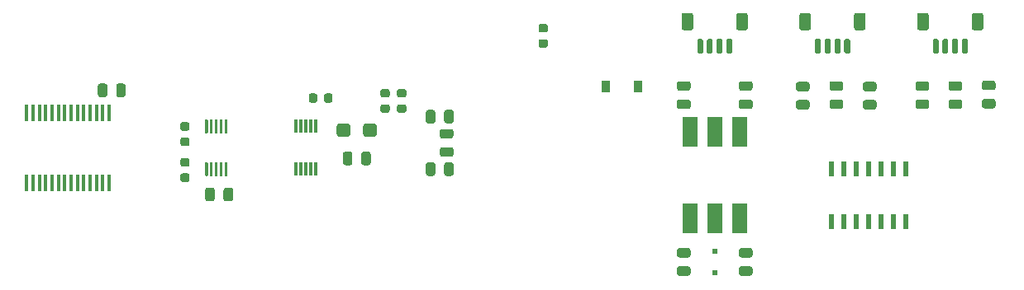
<source format=gbr>
G04 #@! TF.GenerationSoftware,KiCad,Pcbnew,5.1.6-c6e7f7d~87~ubuntu18.04.1*
G04 #@! TF.CreationDate,2020-12-02T03:09:43+01:00*
G04 #@! TF.ProjectId,zynthian_zynaptik,7a796e74-6869-4616-9e5f-7a796e617074,1.0*
G04 #@! TF.SameCoordinates,Original*
G04 #@! TF.FileFunction,Paste,Top*
G04 #@! TF.FilePolarity,Positive*
%FSLAX46Y46*%
G04 Gerber Fmt 4.6, Leading zero omitted, Abs format (unit mm)*
G04 Created by KiCad (PCBNEW 5.1.6-c6e7f7d~87~ubuntu18.04.1) date 2020-12-02 03:09:43*
%MOMM*%
%LPD*%
G01*
G04 APERTURE LIST*
%ADD10R,0.600000X1.500000*%
%ADD11R,0.900000X1.200000*%
%ADD12R,0.500000X0.500000*%
%ADD13R,0.300000X1.400000*%
%ADD14R,0.450000X1.750000*%
%ADD15R,1.600000X3.100000*%
G04 APERTURE END LIST*
D10*
X152890000Y-123500000D03*
X154160000Y-123500000D03*
X155430000Y-123500000D03*
X156700000Y-123500000D03*
X157970000Y-123500000D03*
X159240000Y-123500000D03*
X160510000Y-123500000D03*
X160510000Y-118100000D03*
X159240000Y-118100000D03*
X157970000Y-118100000D03*
X156700000Y-118100000D03*
X155430000Y-118100000D03*
X154160000Y-118100000D03*
X152890000Y-118100000D03*
G36*
G01*
X137338750Y-126210000D02*
X138251250Y-126210000D01*
G75*
G02*
X138495000Y-126453750I0J-243750D01*
G01*
X138495000Y-126941250D01*
G75*
G02*
X138251250Y-127185000I-243750J0D01*
G01*
X137338750Y-127185000D01*
G75*
G02*
X137095000Y-126941250I0J243750D01*
G01*
X137095000Y-126453750D01*
G75*
G02*
X137338750Y-126210000I243750J0D01*
G01*
G37*
G36*
G01*
X137338750Y-128085000D02*
X138251250Y-128085000D01*
G75*
G02*
X138495000Y-128328750I0J-243750D01*
G01*
X138495000Y-128816250D01*
G75*
G02*
X138251250Y-129060000I-243750J0D01*
G01*
X137338750Y-129060000D01*
G75*
G02*
X137095000Y-128816250I0J243750D01*
G01*
X137095000Y-128328750D01*
G75*
G02*
X137338750Y-128085000I243750J0D01*
G01*
G37*
G36*
G01*
X78750000Y-109543750D02*
X78750000Y-110456250D01*
G75*
G02*
X78506250Y-110700000I-243750J0D01*
G01*
X78018750Y-110700000D01*
G75*
G02*
X77775000Y-110456250I0J243750D01*
G01*
X77775000Y-109543750D01*
G75*
G02*
X78018750Y-109300000I243750J0D01*
G01*
X78506250Y-109300000D01*
G75*
G02*
X78750000Y-109543750I0J-243750D01*
G01*
G37*
G36*
G01*
X80625000Y-109543750D02*
X80625000Y-110456250D01*
G75*
G02*
X80381250Y-110700000I-243750J0D01*
G01*
X79893750Y-110700000D01*
G75*
G02*
X79650000Y-110456250I0J243750D01*
G01*
X79650000Y-109543750D01*
G75*
G02*
X79893750Y-109300000I243750J0D01*
G01*
X80381250Y-109300000D01*
G75*
G02*
X80625000Y-109543750I0J-243750D01*
G01*
G37*
D11*
X133150000Y-109600000D03*
X129850000Y-109600000D03*
G36*
G01*
X139170000Y-106090000D02*
X139170000Y-104840000D01*
G75*
G02*
X139320000Y-104690000I150000J0D01*
G01*
X139620000Y-104690000D01*
G75*
G02*
X139770000Y-104840000I0J-150000D01*
G01*
X139770000Y-106090000D01*
G75*
G02*
X139620000Y-106240000I-150000J0D01*
G01*
X139320000Y-106240000D01*
G75*
G02*
X139170000Y-106090000I0J150000D01*
G01*
G37*
G36*
G01*
X140170000Y-106090000D02*
X140170000Y-104840000D01*
G75*
G02*
X140320000Y-104690000I150000J0D01*
G01*
X140620000Y-104690000D01*
G75*
G02*
X140770000Y-104840000I0J-150000D01*
G01*
X140770000Y-106090000D01*
G75*
G02*
X140620000Y-106240000I-150000J0D01*
G01*
X140320000Y-106240000D01*
G75*
G02*
X140170000Y-106090000I0J150000D01*
G01*
G37*
G36*
G01*
X141170000Y-106090000D02*
X141170000Y-104840000D01*
G75*
G02*
X141320000Y-104690000I150000J0D01*
G01*
X141620000Y-104690000D01*
G75*
G02*
X141770000Y-104840000I0J-150000D01*
G01*
X141770000Y-106090000D01*
G75*
G02*
X141620000Y-106240000I-150000J0D01*
G01*
X141320000Y-106240000D01*
G75*
G02*
X141170000Y-106090000I0J150000D01*
G01*
G37*
G36*
G01*
X142170000Y-106090000D02*
X142170000Y-104840000D01*
G75*
G02*
X142320000Y-104690000I150000J0D01*
G01*
X142620000Y-104690000D01*
G75*
G02*
X142770000Y-104840000I0J-150000D01*
G01*
X142770000Y-106090000D01*
G75*
G02*
X142620000Y-106240000I-150000J0D01*
G01*
X142320000Y-106240000D01*
G75*
G02*
X142170000Y-106090000I0J150000D01*
G01*
G37*
G36*
G01*
X137570000Y-103590001D02*
X137570000Y-102289999D01*
G75*
G02*
X137819999Y-102040000I249999J0D01*
G01*
X138520001Y-102040000D01*
G75*
G02*
X138770000Y-102289999I0J-249999D01*
G01*
X138770000Y-103590001D01*
G75*
G02*
X138520001Y-103840000I-249999J0D01*
G01*
X137819999Y-103840000D01*
G75*
G02*
X137570000Y-103590001I0J249999D01*
G01*
G37*
G36*
G01*
X143170000Y-103590001D02*
X143170000Y-102289999D01*
G75*
G02*
X143419999Y-102040000I249999J0D01*
G01*
X144120001Y-102040000D01*
G75*
G02*
X144370000Y-102289999I0J-249999D01*
G01*
X144370000Y-103590001D01*
G75*
G02*
X144120001Y-103840000I-249999J0D01*
G01*
X143419999Y-103840000D01*
G75*
G02*
X143170000Y-103590001I0J249999D01*
G01*
G37*
G36*
G01*
X155235000Y-103590001D02*
X155235000Y-102289999D01*
G75*
G02*
X155484999Y-102040000I249999J0D01*
G01*
X156185001Y-102040000D01*
G75*
G02*
X156435000Y-102289999I0J-249999D01*
G01*
X156435000Y-103590001D01*
G75*
G02*
X156185001Y-103840000I-249999J0D01*
G01*
X155484999Y-103840000D01*
G75*
G02*
X155235000Y-103590001I0J249999D01*
G01*
G37*
G36*
G01*
X149635000Y-103590001D02*
X149635000Y-102289999D01*
G75*
G02*
X149884999Y-102040000I249999J0D01*
G01*
X150585001Y-102040000D01*
G75*
G02*
X150835000Y-102289999I0J-249999D01*
G01*
X150835000Y-103590001D01*
G75*
G02*
X150585001Y-103840000I-249999J0D01*
G01*
X149884999Y-103840000D01*
G75*
G02*
X149635000Y-103590001I0J249999D01*
G01*
G37*
G36*
G01*
X154235000Y-106090000D02*
X154235000Y-104840000D01*
G75*
G02*
X154385000Y-104690000I150000J0D01*
G01*
X154685000Y-104690000D01*
G75*
G02*
X154835000Y-104840000I0J-150000D01*
G01*
X154835000Y-106090000D01*
G75*
G02*
X154685000Y-106240000I-150000J0D01*
G01*
X154385000Y-106240000D01*
G75*
G02*
X154235000Y-106090000I0J150000D01*
G01*
G37*
G36*
G01*
X153235000Y-106090000D02*
X153235000Y-104840000D01*
G75*
G02*
X153385000Y-104690000I150000J0D01*
G01*
X153685000Y-104690000D01*
G75*
G02*
X153835000Y-104840000I0J-150000D01*
G01*
X153835000Y-106090000D01*
G75*
G02*
X153685000Y-106240000I-150000J0D01*
G01*
X153385000Y-106240000D01*
G75*
G02*
X153235000Y-106090000I0J150000D01*
G01*
G37*
G36*
G01*
X152235000Y-106090000D02*
X152235000Y-104840000D01*
G75*
G02*
X152385000Y-104690000I150000J0D01*
G01*
X152685000Y-104690000D01*
G75*
G02*
X152835000Y-104840000I0J-150000D01*
G01*
X152835000Y-106090000D01*
G75*
G02*
X152685000Y-106240000I-150000J0D01*
G01*
X152385000Y-106240000D01*
G75*
G02*
X152235000Y-106090000I0J150000D01*
G01*
G37*
G36*
G01*
X151235000Y-106090000D02*
X151235000Y-104840000D01*
G75*
G02*
X151385000Y-104690000I150000J0D01*
G01*
X151685000Y-104690000D01*
G75*
G02*
X151835000Y-104840000I0J-150000D01*
G01*
X151835000Y-106090000D01*
G75*
G02*
X151685000Y-106240000I-150000J0D01*
G01*
X151385000Y-106240000D01*
G75*
G02*
X151235000Y-106090000I0J150000D01*
G01*
G37*
G36*
G01*
X163300000Y-106090000D02*
X163300000Y-104840000D01*
G75*
G02*
X163450000Y-104690000I150000J0D01*
G01*
X163750000Y-104690000D01*
G75*
G02*
X163900000Y-104840000I0J-150000D01*
G01*
X163900000Y-106090000D01*
G75*
G02*
X163750000Y-106240000I-150000J0D01*
G01*
X163450000Y-106240000D01*
G75*
G02*
X163300000Y-106090000I0J150000D01*
G01*
G37*
G36*
G01*
X164300000Y-106090000D02*
X164300000Y-104840000D01*
G75*
G02*
X164450000Y-104690000I150000J0D01*
G01*
X164750000Y-104690000D01*
G75*
G02*
X164900000Y-104840000I0J-150000D01*
G01*
X164900000Y-106090000D01*
G75*
G02*
X164750000Y-106240000I-150000J0D01*
G01*
X164450000Y-106240000D01*
G75*
G02*
X164300000Y-106090000I0J150000D01*
G01*
G37*
G36*
G01*
X165300000Y-106090000D02*
X165300000Y-104840000D01*
G75*
G02*
X165450000Y-104690000I150000J0D01*
G01*
X165750000Y-104690000D01*
G75*
G02*
X165900000Y-104840000I0J-150000D01*
G01*
X165900000Y-106090000D01*
G75*
G02*
X165750000Y-106240000I-150000J0D01*
G01*
X165450000Y-106240000D01*
G75*
G02*
X165300000Y-106090000I0J150000D01*
G01*
G37*
G36*
G01*
X166300000Y-106090000D02*
X166300000Y-104840000D01*
G75*
G02*
X166450000Y-104690000I150000J0D01*
G01*
X166750000Y-104690000D01*
G75*
G02*
X166900000Y-104840000I0J-150000D01*
G01*
X166900000Y-106090000D01*
G75*
G02*
X166750000Y-106240000I-150000J0D01*
G01*
X166450000Y-106240000D01*
G75*
G02*
X166300000Y-106090000I0J150000D01*
G01*
G37*
G36*
G01*
X161700000Y-103590001D02*
X161700000Y-102289999D01*
G75*
G02*
X161949999Y-102040000I249999J0D01*
G01*
X162650001Y-102040000D01*
G75*
G02*
X162900000Y-102289999I0J-249999D01*
G01*
X162900000Y-103590001D01*
G75*
G02*
X162650001Y-103840000I-249999J0D01*
G01*
X161949999Y-103840000D01*
G75*
G02*
X161700000Y-103590001I0J249999D01*
G01*
G37*
G36*
G01*
X167300000Y-103590001D02*
X167300000Y-102289999D01*
G75*
G02*
X167549999Y-102040000I249999J0D01*
G01*
X168250001Y-102040000D01*
G75*
G02*
X168500000Y-102289999I0J-249999D01*
G01*
X168500000Y-103590001D01*
G75*
G02*
X168250001Y-103840000I-249999J0D01*
G01*
X167549999Y-103840000D01*
G75*
G02*
X167300000Y-103590001I0J249999D01*
G01*
G37*
G36*
G01*
X144601250Y-127185000D02*
X143688750Y-127185000D01*
G75*
G02*
X143445000Y-126941250I0J243750D01*
G01*
X143445000Y-126453750D01*
G75*
G02*
X143688750Y-126210000I243750J0D01*
G01*
X144601250Y-126210000D01*
G75*
G02*
X144845000Y-126453750I0J-243750D01*
G01*
X144845000Y-126941250D01*
G75*
G02*
X144601250Y-127185000I-243750J0D01*
G01*
G37*
G36*
G01*
X144601250Y-129060000D02*
X143688750Y-129060000D01*
G75*
G02*
X143445000Y-128816250I0J243750D01*
G01*
X143445000Y-128328750D01*
G75*
G02*
X143688750Y-128085000I243750J0D01*
G01*
X144601250Y-128085000D01*
G75*
G02*
X144845000Y-128328750I0J-243750D01*
G01*
X144845000Y-128816250D01*
G75*
G02*
X144601250Y-129060000I-243750J0D01*
G01*
G37*
G36*
G01*
X144601250Y-110040000D02*
X143688750Y-110040000D01*
G75*
G02*
X143445000Y-109796250I0J243750D01*
G01*
X143445000Y-109308750D01*
G75*
G02*
X143688750Y-109065000I243750J0D01*
G01*
X144601250Y-109065000D01*
G75*
G02*
X144845000Y-109308750I0J-243750D01*
G01*
X144845000Y-109796250D01*
G75*
G02*
X144601250Y-110040000I-243750J0D01*
G01*
G37*
G36*
G01*
X144601250Y-111915000D02*
X143688750Y-111915000D01*
G75*
G02*
X143445000Y-111671250I0J243750D01*
G01*
X143445000Y-111183750D01*
G75*
G02*
X143688750Y-110940000I243750J0D01*
G01*
X144601250Y-110940000D01*
G75*
G02*
X144845000Y-111183750I0J-243750D01*
G01*
X144845000Y-111671250D01*
G75*
G02*
X144601250Y-111915000I-243750J0D01*
G01*
G37*
G36*
G01*
X138251250Y-111915000D02*
X137338750Y-111915000D01*
G75*
G02*
X137095000Y-111671250I0J243750D01*
G01*
X137095000Y-111183750D01*
G75*
G02*
X137338750Y-110940000I243750J0D01*
G01*
X138251250Y-110940000D01*
G75*
G02*
X138495000Y-111183750I0J-243750D01*
G01*
X138495000Y-111671250D01*
G75*
G02*
X138251250Y-111915000I-243750J0D01*
G01*
G37*
G36*
G01*
X138251250Y-110040000D02*
X137338750Y-110040000D01*
G75*
G02*
X137095000Y-109796250I0J243750D01*
G01*
X137095000Y-109308750D01*
G75*
G02*
X137338750Y-109065000I243750J0D01*
G01*
X138251250Y-109065000D01*
G75*
G02*
X138495000Y-109308750I0J-243750D01*
G01*
X138495000Y-109796250D01*
G75*
G02*
X138251250Y-110040000I-243750J0D01*
G01*
G37*
G36*
G01*
X152959750Y-110940000D02*
X153872250Y-110940000D01*
G75*
G02*
X154116000Y-111183750I0J-243750D01*
G01*
X154116000Y-111671250D01*
G75*
G02*
X153872250Y-111915000I-243750J0D01*
G01*
X152959750Y-111915000D01*
G75*
G02*
X152716000Y-111671250I0J243750D01*
G01*
X152716000Y-111183750D01*
G75*
G02*
X152959750Y-110940000I243750J0D01*
G01*
G37*
G36*
G01*
X152959750Y-109065000D02*
X153872250Y-109065000D01*
G75*
G02*
X154116000Y-109308750I0J-243750D01*
G01*
X154116000Y-109796250D01*
G75*
G02*
X153872250Y-110040000I-243750J0D01*
G01*
X152959750Y-110040000D01*
G75*
G02*
X152716000Y-109796250I0J243750D01*
G01*
X152716000Y-109308750D01*
G75*
G02*
X152959750Y-109065000I243750J0D01*
G01*
G37*
G36*
G01*
X150443250Y-111978500D02*
X149530750Y-111978500D01*
G75*
G02*
X149287000Y-111734750I0J243750D01*
G01*
X149287000Y-111247250D01*
G75*
G02*
X149530750Y-111003500I243750J0D01*
G01*
X150443250Y-111003500D01*
G75*
G02*
X150687000Y-111247250I0J-243750D01*
G01*
X150687000Y-111734750D01*
G75*
G02*
X150443250Y-111978500I-243750J0D01*
G01*
G37*
G36*
G01*
X150443250Y-110103500D02*
X149530750Y-110103500D01*
G75*
G02*
X149287000Y-109859750I0J243750D01*
G01*
X149287000Y-109372250D01*
G75*
G02*
X149530750Y-109128500I243750J0D01*
G01*
X150443250Y-109128500D01*
G75*
G02*
X150687000Y-109372250I0J-243750D01*
G01*
X150687000Y-109859750D01*
G75*
G02*
X150443250Y-110103500I-243750J0D01*
G01*
G37*
G36*
G01*
X156388750Y-111003500D02*
X157301250Y-111003500D01*
G75*
G02*
X157545000Y-111247250I0J-243750D01*
G01*
X157545000Y-111734750D01*
G75*
G02*
X157301250Y-111978500I-243750J0D01*
G01*
X156388750Y-111978500D01*
G75*
G02*
X156145000Y-111734750I0J243750D01*
G01*
X156145000Y-111247250D01*
G75*
G02*
X156388750Y-111003500I243750J0D01*
G01*
G37*
G36*
G01*
X156388750Y-109128500D02*
X157301250Y-109128500D01*
G75*
G02*
X157545000Y-109372250I0J-243750D01*
G01*
X157545000Y-109859750D01*
G75*
G02*
X157301250Y-110103500I-243750J0D01*
G01*
X156388750Y-110103500D01*
G75*
G02*
X156145000Y-109859750I0J243750D01*
G01*
X156145000Y-109372250D01*
G75*
G02*
X156388750Y-109128500I243750J0D01*
G01*
G37*
G36*
G01*
X165151750Y-109065000D02*
X166064250Y-109065000D01*
G75*
G02*
X166308000Y-109308750I0J-243750D01*
G01*
X166308000Y-109796250D01*
G75*
G02*
X166064250Y-110040000I-243750J0D01*
G01*
X165151750Y-110040000D01*
G75*
G02*
X164908000Y-109796250I0J243750D01*
G01*
X164908000Y-109308750D01*
G75*
G02*
X165151750Y-109065000I243750J0D01*
G01*
G37*
G36*
G01*
X165151750Y-110940000D02*
X166064250Y-110940000D01*
G75*
G02*
X166308000Y-111183750I0J-243750D01*
G01*
X166308000Y-111671250D01*
G75*
G02*
X166064250Y-111915000I-243750J0D01*
G01*
X165151750Y-111915000D01*
G75*
G02*
X164908000Y-111671250I0J243750D01*
G01*
X164908000Y-111183750D01*
G75*
G02*
X165151750Y-110940000I243750J0D01*
G01*
G37*
G36*
G01*
X162698750Y-110040000D02*
X161786250Y-110040000D01*
G75*
G02*
X161542500Y-109796250I0J243750D01*
G01*
X161542500Y-109308750D01*
G75*
G02*
X161786250Y-109065000I243750J0D01*
G01*
X162698750Y-109065000D01*
G75*
G02*
X162942500Y-109308750I0J-243750D01*
G01*
X162942500Y-109796250D01*
G75*
G02*
X162698750Y-110040000I-243750J0D01*
G01*
G37*
G36*
G01*
X162698750Y-111915000D02*
X161786250Y-111915000D01*
G75*
G02*
X161542500Y-111671250I0J243750D01*
G01*
X161542500Y-111183750D01*
G75*
G02*
X161786250Y-110940000I243750J0D01*
G01*
X162698750Y-110940000D01*
G75*
G02*
X162942500Y-111183750I0J-243750D01*
G01*
X162942500Y-111671250D01*
G75*
G02*
X162698750Y-111915000I-243750J0D01*
G01*
G37*
G36*
G01*
X168580750Y-109001500D02*
X169493250Y-109001500D01*
G75*
G02*
X169737000Y-109245250I0J-243750D01*
G01*
X169737000Y-109732750D01*
G75*
G02*
X169493250Y-109976500I-243750J0D01*
G01*
X168580750Y-109976500D01*
G75*
G02*
X168337000Y-109732750I0J243750D01*
G01*
X168337000Y-109245250D01*
G75*
G02*
X168580750Y-109001500I243750J0D01*
G01*
G37*
G36*
G01*
X168580750Y-110876500D02*
X169493250Y-110876500D01*
G75*
G02*
X169737000Y-111120250I0J-243750D01*
G01*
X169737000Y-111607750D01*
G75*
G02*
X169493250Y-111851500I-243750J0D01*
G01*
X168580750Y-111851500D01*
G75*
G02*
X168337000Y-111607750I0J243750D01*
G01*
X168337000Y-111120250D01*
G75*
G02*
X168580750Y-110876500I243750J0D01*
G01*
G37*
G36*
G01*
X113043750Y-113975000D02*
X113956250Y-113975000D01*
G75*
G02*
X114200000Y-114218750I0J-243750D01*
G01*
X114200000Y-114706250D01*
G75*
G02*
X113956250Y-114950000I-243750J0D01*
G01*
X113043750Y-114950000D01*
G75*
G02*
X112800000Y-114706250I0J243750D01*
G01*
X112800000Y-114218750D01*
G75*
G02*
X113043750Y-113975000I243750J0D01*
G01*
G37*
G36*
G01*
X113043750Y-115850000D02*
X113956250Y-115850000D01*
G75*
G02*
X114200000Y-116093750I0J-243750D01*
G01*
X114200000Y-116581250D01*
G75*
G02*
X113956250Y-116825000I-243750J0D01*
G01*
X113043750Y-116825000D01*
G75*
G02*
X112800000Y-116581250I0J243750D01*
G01*
X112800000Y-116093750D01*
G75*
G02*
X113043750Y-115850000I243750J0D01*
G01*
G37*
G36*
G01*
X90650000Y-121156250D02*
X90650000Y-120243750D01*
G75*
G02*
X90893750Y-120000000I243750J0D01*
G01*
X91381250Y-120000000D01*
G75*
G02*
X91625000Y-120243750I0J-243750D01*
G01*
X91625000Y-121156250D01*
G75*
G02*
X91381250Y-121400000I-243750J0D01*
G01*
X90893750Y-121400000D01*
G75*
G02*
X90650000Y-121156250I0J243750D01*
G01*
G37*
G36*
G01*
X88775000Y-121156250D02*
X88775000Y-120243750D01*
G75*
G02*
X89018750Y-120000000I243750J0D01*
G01*
X89506250Y-120000000D01*
G75*
G02*
X89750000Y-120243750I0J-243750D01*
G01*
X89750000Y-121156250D01*
G75*
G02*
X89506250Y-121400000I-243750J0D01*
G01*
X89018750Y-121400000D01*
G75*
G02*
X88775000Y-121156250I0J243750D01*
G01*
G37*
G36*
G01*
X105725000Y-116543750D02*
X105725000Y-117456250D01*
G75*
G02*
X105481250Y-117700000I-243750J0D01*
G01*
X104993750Y-117700000D01*
G75*
G02*
X104750000Y-117456250I0J243750D01*
G01*
X104750000Y-116543750D01*
G75*
G02*
X104993750Y-116300000I243750J0D01*
G01*
X105481250Y-116300000D01*
G75*
G02*
X105725000Y-116543750I0J-243750D01*
G01*
G37*
G36*
G01*
X103850000Y-116543750D02*
X103850000Y-117456250D01*
G75*
G02*
X103606250Y-117700000I-243750J0D01*
G01*
X103118750Y-117700000D01*
G75*
G02*
X102875000Y-117456250I0J243750D01*
G01*
X102875000Y-116543750D01*
G75*
G02*
X103118750Y-116300000I243750J0D01*
G01*
X103606250Y-116300000D01*
G75*
G02*
X103850000Y-116543750I0J-243750D01*
G01*
G37*
D12*
X140970000Y-128735000D03*
X140970000Y-126535000D03*
G36*
G01*
X112350000Y-112243750D02*
X112350000Y-113156250D01*
G75*
G02*
X112106250Y-113400000I-243750J0D01*
G01*
X111618750Y-113400000D01*
G75*
G02*
X111375000Y-113156250I0J243750D01*
G01*
X111375000Y-112243750D01*
G75*
G02*
X111618750Y-112000000I243750J0D01*
G01*
X112106250Y-112000000D01*
G75*
G02*
X112350000Y-112243750I0J-243750D01*
G01*
G37*
G36*
G01*
X114225000Y-112243750D02*
X114225000Y-113156250D01*
G75*
G02*
X113981250Y-113400000I-243750J0D01*
G01*
X113493750Y-113400000D01*
G75*
G02*
X113250000Y-113156250I0J243750D01*
G01*
X113250000Y-112243750D01*
G75*
G02*
X113493750Y-112000000I243750J0D01*
G01*
X113981250Y-112000000D01*
G75*
G02*
X114225000Y-112243750I0J-243750D01*
G01*
G37*
G36*
G01*
X111375000Y-118556250D02*
X111375000Y-117643750D01*
G75*
G02*
X111618750Y-117400000I243750J0D01*
G01*
X112106250Y-117400000D01*
G75*
G02*
X112350000Y-117643750I0J-243750D01*
G01*
X112350000Y-118556250D01*
G75*
G02*
X112106250Y-118800000I-243750J0D01*
G01*
X111618750Y-118800000D01*
G75*
G02*
X111375000Y-118556250I0J243750D01*
G01*
G37*
G36*
G01*
X113250000Y-118556250D02*
X113250000Y-117643750D01*
G75*
G02*
X113493750Y-117400000I243750J0D01*
G01*
X113981250Y-117400000D01*
G75*
G02*
X114225000Y-117643750I0J-243750D01*
G01*
X114225000Y-118556250D01*
G75*
G02*
X113981250Y-118800000I-243750J0D01*
G01*
X113493750Y-118800000D01*
G75*
G02*
X113250000Y-118556250I0J243750D01*
G01*
G37*
G36*
G01*
X86443750Y-118537500D02*
X86956250Y-118537500D01*
G75*
G02*
X87175000Y-118756250I0J-218750D01*
G01*
X87175000Y-119193750D01*
G75*
G02*
X86956250Y-119412500I-218750J0D01*
G01*
X86443750Y-119412500D01*
G75*
G02*
X86225000Y-119193750I0J218750D01*
G01*
X86225000Y-118756250D01*
G75*
G02*
X86443750Y-118537500I218750J0D01*
G01*
G37*
G36*
G01*
X86443750Y-116962500D02*
X86956250Y-116962500D01*
G75*
G02*
X87175000Y-117181250I0J-218750D01*
G01*
X87175000Y-117618750D01*
G75*
G02*
X86956250Y-117837500I-218750J0D01*
G01*
X86443750Y-117837500D01*
G75*
G02*
X86225000Y-117618750I0J218750D01*
G01*
X86225000Y-117181250D01*
G75*
G02*
X86443750Y-116962500I218750J0D01*
G01*
G37*
G36*
G01*
X86443750Y-114850000D02*
X86956250Y-114850000D01*
G75*
G02*
X87175000Y-115068750I0J-218750D01*
G01*
X87175000Y-115506250D01*
G75*
G02*
X86956250Y-115725000I-218750J0D01*
G01*
X86443750Y-115725000D01*
G75*
G02*
X86225000Y-115506250I0J218750D01*
G01*
X86225000Y-115068750D01*
G75*
G02*
X86443750Y-114850000I218750J0D01*
G01*
G37*
G36*
G01*
X86443750Y-113275000D02*
X86956250Y-113275000D01*
G75*
G02*
X87175000Y-113493750I0J-218750D01*
G01*
X87175000Y-113931250D01*
G75*
G02*
X86956250Y-114150000I-218750J0D01*
G01*
X86443750Y-114150000D01*
G75*
G02*
X86225000Y-113931250I0J218750D01*
G01*
X86225000Y-113493750D01*
G75*
G02*
X86443750Y-113275000I218750J0D01*
G01*
G37*
G36*
G01*
X107456250Y-112312500D02*
X106943750Y-112312500D01*
G75*
G02*
X106725000Y-112093750I0J218750D01*
G01*
X106725000Y-111656250D01*
G75*
G02*
X106943750Y-111437500I218750J0D01*
G01*
X107456250Y-111437500D01*
G75*
G02*
X107675000Y-111656250I0J-218750D01*
G01*
X107675000Y-112093750D01*
G75*
G02*
X107456250Y-112312500I-218750J0D01*
G01*
G37*
G36*
G01*
X107456250Y-110737500D02*
X106943750Y-110737500D01*
G75*
G02*
X106725000Y-110518750I0J218750D01*
G01*
X106725000Y-110081250D01*
G75*
G02*
X106943750Y-109862500I218750J0D01*
G01*
X107456250Y-109862500D01*
G75*
G02*
X107675000Y-110081250I0J-218750D01*
G01*
X107675000Y-110518750D01*
G75*
G02*
X107456250Y-110737500I-218750J0D01*
G01*
G37*
G36*
G01*
X109156250Y-112312500D02*
X108643750Y-112312500D01*
G75*
G02*
X108425000Y-112093750I0J218750D01*
G01*
X108425000Y-111656250D01*
G75*
G02*
X108643750Y-111437500I218750J0D01*
G01*
X109156250Y-111437500D01*
G75*
G02*
X109375000Y-111656250I0J-218750D01*
G01*
X109375000Y-112093750D01*
G75*
G02*
X109156250Y-112312500I-218750J0D01*
G01*
G37*
G36*
G01*
X109156250Y-110737500D02*
X108643750Y-110737500D01*
G75*
G02*
X108425000Y-110518750I0J218750D01*
G01*
X108425000Y-110081250D01*
G75*
G02*
X108643750Y-109862500I218750J0D01*
G01*
X109156250Y-109862500D01*
G75*
G02*
X109375000Y-110081250I0J-218750D01*
G01*
X109375000Y-110518750D01*
G75*
G02*
X109156250Y-110737500I-218750J0D01*
G01*
G37*
G36*
G01*
X99375000Y-111056250D02*
X99375000Y-110543750D01*
G75*
G02*
X99593750Y-110325000I218750J0D01*
G01*
X100031250Y-110325000D01*
G75*
G02*
X100250000Y-110543750I0J-218750D01*
G01*
X100250000Y-111056250D01*
G75*
G02*
X100031250Y-111275000I-218750J0D01*
G01*
X99593750Y-111275000D01*
G75*
G02*
X99375000Y-111056250I0J218750D01*
G01*
G37*
G36*
G01*
X100950000Y-111056250D02*
X100950000Y-110543750D01*
G75*
G02*
X101168750Y-110325000I218750J0D01*
G01*
X101606250Y-110325000D01*
G75*
G02*
X101825000Y-110543750I0J-218750D01*
G01*
X101825000Y-111056250D01*
G75*
G02*
X101606250Y-111275000I-218750J0D01*
G01*
X101168750Y-111275000D01*
G75*
G02*
X100950000Y-111056250I0J218750D01*
G01*
G37*
G36*
G01*
X88975000Y-118825000D02*
X88825000Y-118825000D01*
G75*
G02*
X88750000Y-118750000I0J75000D01*
G01*
X88750000Y-117450000D01*
G75*
G02*
X88825000Y-117375000I75000J0D01*
G01*
X88975000Y-117375000D01*
G75*
G02*
X89050000Y-117450000I0J-75000D01*
G01*
X89050000Y-118750000D01*
G75*
G02*
X88975000Y-118825000I-75000J0D01*
G01*
G37*
G36*
G01*
X89475000Y-118825000D02*
X89325000Y-118825000D01*
G75*
G02*
X89250000Y-118750000I0J75000D01*
G01*
X89250000Y-117450000D01*
G75*
G02*
X89325000Y-117375000I75000J0D01*
G01*
X89475000Y-117375000D01*
G75*
G02*
X89550000Y-117450000I0J-75000D01*
G01*
X89550000Y-118750000D01*
G75*
G02*
X89475000Y-118825000I-75000J0D01*
G01*
G37*
G36*
G01*
X89975000Y-118825000D02*
X89825000Y-118825000D01*
G75*
G02*
X89750000Y-118750000I0J75000D01*
G01*
X89750000Y-117450000D01*
G75*
G02*
X89825000Y-117375000I75000J0D01*
G01*
X89975000Y-117375000D01*
G75*
G02*
X90050000Y-117450000I0J-75000D01*
G01*
X90050000Y-118750000D01*
G75*
G02*
X89975000Y-118825000I-75000J0D01*
G01*
G37*
G36*
G01*
X90475000Y-118825000D02*
X90325000Y-118825000D01*
G75*
G02*
X90250000Y-118750000I0J75000D01*
G01*
X90250000Y-117450000D01*
G75*
G02*
X90325000Y-117375000I75000J0D01*
G01*
X90475000Y-117375000D01*
G75*
G02*
X90550000Y-117450000I0J-75000D01*
G01*
X90550000Y-118750000D01*
G75*
G02*
X90475000Y-118825000I-75000J0D01*
G01*
G37*
G36*
G01*
X90975000Y-118825000D02*
X90825000Y-118825000D01*
G75*
G02*
X90750000Y-118750000I0J75000D01*
G01*
X90750000Y-117450000D01*
G75*
G02*
X90825000Y-117375000I75000J0D01*
G01*
X90975000Y-117375000D01*
G75*
G02*
X91050000Y-117450000I0J-75000D01*
G01*
X91050000Y-118750000D01*
G75*
G02*
X90975000Y-118825000I-75000J0D01*
G01*
G37*
G36*
G01*
X90975000Y-114425000D02*
X90825000Y-114425000D01*
G75*
G02*
X90750000Y-114350000I0J75000D01*
G01*
X90750000Y-113050000D01*
G75*
G02*
X90825000Y-112975000I75000J0D01*
G01*
X90975000Y-112975000D01*
G75*
G02*
X91050000Y-113050000I0J-75000D01*
G01*
X91050000Y-114350000D01*
G75*
G02*
X90975000Y-114425000I-75000J0D01*
G01*
G37*
G36*
G01*
X90475000Y-114425000D02*
X90325000Y-114425000D01*
G75*
G02*
X90250000Y-114350000I0J75000D01*
G01*
X90250000Y-113050000D01*
G75*
G02*
X90325000Y-112975000I75000J0D01*
G01*
X90475000Y-112975000D01*
G75*
G02*
X90550000Y-113050000I0J-75000D01*
G01*
X90550000Y-114350000D01*
G75*
G02*
X90475000Y-114425000I-75000J0D01*
G01*
G37*
G36*
G01*
X89975000Y-114425000D02*
X89825000Y-114425000D01*
G75*
G02*
X89750000Y-114350000I0J75000D01*
G01*
X89750000Y-113050000D01*
G75*
G02*
X89825000Y-112975000I75000J0D01*
G01*
X89975000Y-112975000D01*
G75*
G02*
X90050000Y-113050000I0J-75000D01*
G01*
X90050000Y-114350000D01*
G75*
G02*
X89975000Y-114425000I-75000J0D01*
G01*
G37*
G36*
G01*
X89475000Y-114425000D02*
X89325000Y-114425000D01*
G75*
G02*
X89250000Y-114350000I0J75000D01*
G01*
X89250000Y-113050000D01*
G75*
G02*
X89325000Y-112975000I75000J0D01*
G01*
X89475000Y-112975000D01*
G75*
G02*
X89550000Y-113050000I0J-75000D01*
G01*
X89550000Y-114350000D01*
G75*
G02*
X89475000Y-114425000I-75000J0D01*
G01*
G37*
G36*
G01*
X88975000Y-114425000D02*
X88825000Y-114425000D01*
G75*
G02*
X88750000Y-114350000I0J75000D01*
G01*
X88750000Y-113050000D01*
G75*
G02*
X88825000Y-112975000I75000J0D01*
G01*
X88975000Y-112975000D01*
G75*
G02*
X89050000Y-113050000I0J-75000D01*
G01*
X89050000Y-114350000D01*
G75*
G02*
X88975000Y-114425000I-75000J0D01*
G01*
G37*
D13*
X100100000Y-113700000D03*
X99600000Y-113700000D03*
X99100000Y-113700000D03*
X98600000Y-113700000D03*
X98100000Y-113700000D03*
X98100000Y-118100000D03*
X98600000Y-118100000D03*
X99100000Y-118100000D03*
X99600000Y-118100000D03*
X100100000Y-118100000D03*
D14*
X70475000Y-119500000D03*
X71125000Y-119500000D03*
X71775000Y-119500000D03*
X72425000Y-119500000D03*
X73075000Y-119500000D03*
X73725000Y-119500000D03*
X74375000Y-119500000D03*
X75025000Y-119500000D03*
X75675000Y-119500000D03*
X76325000Y-119500000D03*
X76975000Y-119500000D03*
X77625000Y-119500000D03*
X78275000Y-119500000D03*
X78925000Y-119500000D03*
X78925000Y-112300000D03*
X78275000Y-112300000D03*
X77625000Y-112300000D03*
X76975000Y-112300000D03*
X76325000Y-112300000D03*
X75675000Y-112300000D03*
X75025000Y-112300000D03*
X74375000Y-112300000D03*
X73725000Y-112300000D03*
X73075000Y-112300000D03*
X72425000Y-112300000D03*
X71775000Y-112300000D03*
X71125000Y-112300000D03*
X70475000Y-112300000D03*
G36*
G01*
X106350000Y-113674999D02*
X106350000Y-114525001D01*
G75*
G02*
X106100001Y-114775000I-249999J0D01*
G01*
X105199999Y-114775000D01*
G75*
G02*
X104950000Y-114525001I0J249999D01*
G01*
X104950000Y-113674999D01*
G75*
G02*
X105199999Y-113425000I249999J0D01*
G01*
X106100001Y-113425000D01*
G75*
G02*
X106350000Y-113674999I0J-249999D01*
G01*
G37*
G36*
G01*
X103650000Y-113674999D02*
X103650000Y-114525001D01*
G75*
G02*
X103400001Y-114775000I-249999J0D01*
G01*
X102499999Y-114775000D01*
G75*
G02*
X102250000Y-114525001I0J249999D01*
G01*
X102250000Y-113674999D01*
G75*
G02*
X102499999Y-113425000I249999J0D01*
G01*
X103400001Y-113425000D01*
G75*
G02*
X103650000Y-113674999I0J-249999D01*
G01*
G37*
G36*
G01*
X123143750Y-103175000D02*
X123656250Y-103175000D01*
G75*
G02*
X123875000Y-103393750I0J-218750D01*
G01*
X123875000Y-103831250D01*
G75*
G02*
X123656250Y-104050000I-218750J0D01*
G01*
X123143750Y-104050000D01*
G75*
G02*
X122925000Y-103831250I0J218750D01*
G01*
X122925000Y-103393750D01*
G75*
G02*
X123143750Y-103175000I218750J0D01*
G01*
G37*
G36*
G01*
X123143750Y-104750000D02*
X123656250Y-104750000D01*
G75*
G02*
X123875000Y-104968750I0J-218750D01*
G01*
X123875000Y-105406250D01*
G75*
G02*
X123656250Y-105625000I-218750J0D01*
G01*
X123143750Y-105625000D01*
G75*
G02*
X122925000Y-105406250I0J218750D01*
G01*
X122925000Y-104968750D01*
G75*
G02*
X123143750Y-104750000I218750J0D01*
G01*
G37*
D15*
X143510000Y-114300000D03*
X138430000Y-123190000D03*
X140970000Y-114300000D03*
X140970000Y-123190000D03*
X138430000Y-114300000D03*
X143510000Y-123190000D03*
M02*

</source>
